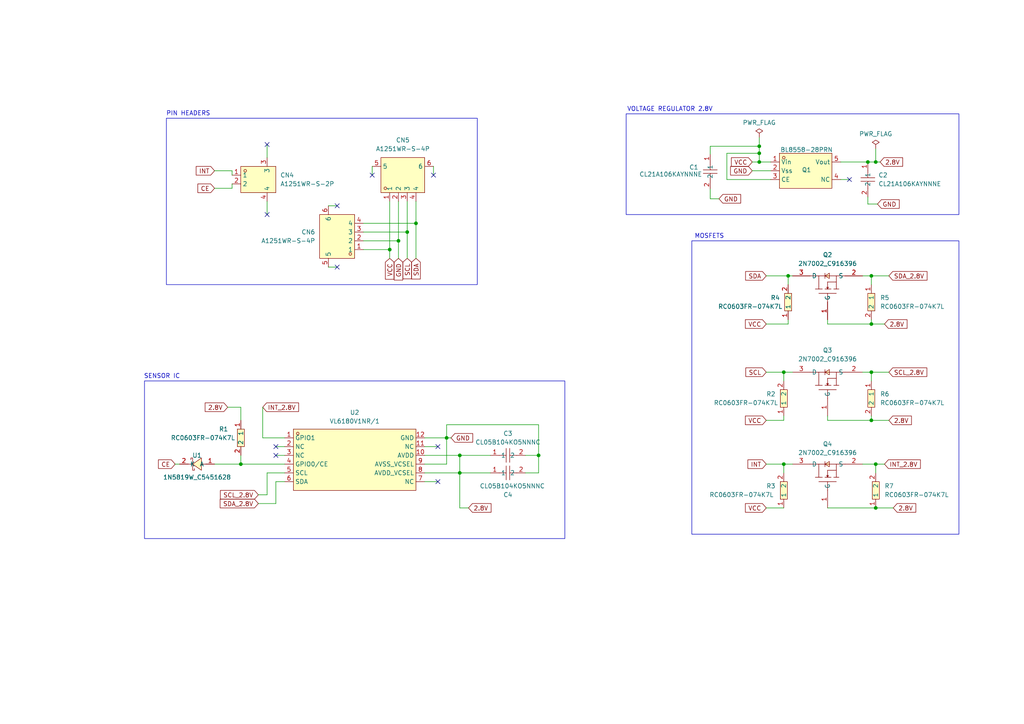
<source format=kicad_sch>
(kicad_sch (version 20250114) (generator "eeschema") (generator_version "9.0")
  (paper "A4")
  (title_block (title "VL6180 Distance Ranging Sensor") (date "2025-03-26") (rev "V1.0") (company "Igneeva Advanced Technologies Pvt. Ltd."))
  (lib_symbols
    (symbol "100nf_CL05B104KO5NNNC:CL05B104KO5NNNC"
      (property "Reference" "C" (at 0 5.08 0))
      (property "Value" "CL05B104KO5NNNC" (at 0 -5.08 0))
      (symbol "CL05B104KO5NNNC_0_1"
        (polyline (pts (xy -0.51 0) (xy -2.54 0)))
        (polyline (pts (xy -0.51 -2.03) (xy -0.51 2.03)))
        (polyline (pts (xy 0.51 2.03) (xy 0.51 -2.03)))
        (polyline (pts (xy 2.54 0) (xy 0.51 0)))
        (pin unspecified line (at -5.08 0 0) (length 2.54) (name "1") (number "1"))
        (pin unspecified line (at 5.08 0 180) (length 2.54) (name "2") (number "2"))
      )
    )
    (symbol "10uf_CL21A106KAYNNNE:CL21A106KAYNNNE"
      (property "Reference" "C" (at 0 5.08 0))
      (property "Value" "CL21A106KAYNNNE" (at 0 -5.08 0))
      (symbol "CL21A106KAYNNNE_0_1"
        (polyline (pts (xy -0.51 0) (xy -2.54 0)))
        (polyline (pts (xy -0.51 -2.03) (xy -0.51 2.03)))
        (polyline (pts (xy 0.51 2.03) (xy 0.51 -2.03)))
        (polyline (pts (xy 2.54 0) (xy 0.51 0)))
        (pin unspecified line (at -5.08 0 0) (length 2.54) (name "1") (number "1"))
        (pin unspecified line (at 5.08 0 180) (length 2.54) (name "2") (number "2"))
      )
    )
    (symbol "1N5819W:1N5819W_C5451628"
      (property "Reference" "U" (at 0 5.08 0))
      (property "Value" "1N5819W_C5451628" (at 0 -5.08 0))
      (symbol "1N5819W_C5451628_0_1"
        (polyline (pts (xy -1.78 1.27) (xy -1.78 1.78) (xy -1.27 1.78) (xy -1.27 -1.78) (xy -0.76 -1.78) (xy -0.76 -1.27)))
        (polyline (pts (xy -1.27 0) (xy -2.54 0)))
        (polyline (pts (xy 1.27 1.78) (xy -1.27 0) (xy 1.27 -1.78) (xy 1.27 1.78)) (fill (type background)))
        (polyline (pts (xy 2.54 0) (xy 1.27 0)))
        (pin unspecified line (at -5.08 0 0) (length 2.54) (name "K") (number "2"))
        (pin unspecified line (at 5.08 0 180) (length 2.54) (name "A") (number "1"))
      )
    )
    (symbol "2N7002:2N7002_C916396"
      (property "Reference" "Q" (at 0 15.24 0))
      (property "Value" "2N7002_C916396" (at 0 -15.24 0))
      (symbol "2N7002_C916396_0_1"
        (polyline (pts (xy -5.08 2.54) (xy -5.08 -2.54)))
        (polyline (pts (xy -5.08 0) (xy -7.62 0)))
        (polyline (pts (xy -3.81 3.56) (xy -3.81 1.52)))
        (polyline (pts (xy -3.81 2.54) (xy 0 2.54)))
        (polyline (pts (xy -3.81 0.76) (xy -3.81 -1.02)))
        (polyline (pts (xy -3.81 0) (xy -3.3 0.25)))
        (polyline (pts (xy -3.81 0) (xy -3.3 -0.25)))
        (polyline (pts (xy -3.81 0) (xy -1.78 0)))
        (polyline (pts (xy -3.81 -1.78) (xy -3.81 -3.3)))
        (polyline (pts (xy -3.81 -2.54) (xy 0 -2.54)))
        (polyline (pts (xy -3.3 0.25) (xy -3.3 0)))
        (polyline (pts (xy -3.3 -0.25) (xy -3.3 0)))
        (polyline (pts (xy -1.78 0) (xy -1.78 -2.54)))
        (polyline (pts (xy 0 5.08) (xy 0 -5.08)))
        (polyline (pts (xy 0.76 0.76) (xy -0.76 0.76)))
        (polyline (pts (xy 0.76 -0.51) (xy -0.76 -0.51) (xy 0 0.76) (xy 0.76 -0.51)) (fill (type background)))
        (pin unspecified line (at -12.7 0 0) (length 5.08) (name "G") (number "1"))
        (pin unspecified line (at 0 10.16 270) (length 5.08) (name "D") (number "3"))
        (pin unspecified line (at 0 -10.16 90) (length 5.08) (name "S") (number "2"))
      )
    )
    (symbol "4k7_RC0603FR-074K7L:RC0603FR-074K7L"
      (property "Reference" "R" (at 0 5.08 0))
      (property "Value" "RC0603FR-074K7L" (at 0 -5.08 0))
      (symbol "RC0603FR-074K7L_0_1"
        (rectangle (start -2.54 1.02) (end 2.54 -1.02) (fill (type background)))
        (pin input line (at -5.08 0 0) (length 2.54) (name "1") (number "1"))
        (pin input line (at 5.08 0 180) (length 2.54) (name "2") (number "2"))
      )
    )
    (symbol "BL8558-28PRN:BL8558-28PRN"
      (property "Reference" "Q" (at 0 7.62 0))
      (property "Value" "BL8558-28PRN" (at 0 -7.62 0))
      (symbol "BL8558-28PRN_0_1"
        (rectangle (start -7.62 5.08) (end 7.62 -5.08) (fill (type background)))
        (circle (center -6.35 3.81) (radius 0.38))
        (pin unspecified line (at -10.16 2.54 0) (length 2.54) (name "Vin") (number "1"))
        (pin unspecified line (at -10.16 0 0) (length 2.54) (name "Vss") (number "2"))
        (pin unspecified line (at -10.16 -2.54 0) (length 2.54) (name "CE") (number "3"))
        (pin unspecified line (at 10.16 2.54 180) (length 2.54) (name "Vout") (number "5"))
        (pin unspecified line (at 10.16 -2.54 180) (length 2.54) (name "NC") (number "4"))
      )
    )
    (symbol "JST_A1251WR-S-2P:A1251WR-S-2P"
      (property "Reference" "CN" (at 0 11.43 0))
      (property "Value" "A1251WR-S-2P" (at 0 -11.43 0))
      (symbol "A1251WR-S-2P_0_1"
        (rectangle (start -3.81 3.81) (end 6.35 -3.81) (fill (type background)))
        (circle (center -2.54 2.54) (radius 0.38))
        (pin unspecified line (at -6.35 1.27 0) (length 2.54) (name "1") (number "1"))
        (pin unspecified line (at -6.35 -1.27 0) (length 2.54) (name "2") (number "2"))
        (pin unspecified line (at 3.81 6.35 270) (length 2.54) (name "3") (number "3"))
        (pin unspecified line (at 3.81 -6.35 90) (length 2.54) (name "4") (number "4"))
      )
    )
    (symbol "JST_A1251WR-S-4P-LCP:A1251WR-S-4P"
      (property "Reference" "CN" (at 0 13.97 0))
      (property "Value" "A1251WR-S-4P" (at 0 -13.97 0))
      (symbol "A1251WR-S-4P_0_1"
        (rectangle (start -3.81 6.35) (end 6.35 -6.35) (fill (type background)))
        (circle (center -2.54 5.08) (radius 0.38))
        (pin unspecified line (at -6.35 3.81 0) (length 2.54) (name "1") (number "1"))
        (pin unspecified line (at -6.35 1.27 0) (length 2.54) (name "2") (number "2"))
        (pin unspecified line (at -6.35 -1.27 0) (length 2.54) (name "3") (number "3"))
        (pin unspecified line (at -6.35 -3.81 0) (length 2.54) (name "4") (number "4"))
        (pin unspecified line (at 3.81 8.89 270) (length 2.54) (name "5") (number "5"))
        (pin unspecified line (at 3.81 -8.89 90) (length 2.54) (name "6") (number "6"))
      )
    )
    (symbol "VL6180:VL6180V1NR_1"
      (property "Reference" "U" (at 0 11.43 0))
      (property "Value" "VL6180V1NR/1" (at 0 -11.43 0))
      (symbol "VL6180V1NR_1_0_1"
        (rectangle (start -17.78 8.89) (end 17.78 -8.89) (fill (type background)))
        (circle (center -16.51 7.62) (radius 0.38))
        (pin unspecified line (at -20.32 6.35 0) (length 2.54) (name "GPIO1") (number "1"))
        (pin unspecified line (at -20.32 3.81 0) (length 2.54) (name "NC") (number "2"))
        (pin unspecified line (at -20.32 1.27 0) (length 2.54) (name "NC") (number "3"))
        (pin unspecified line (at -20.32 -1.27 0) (length 2.54) (name "GPIO0/CE") (number "4"))
        (pin unspecified line (at -20.32 -3.81 0) (length 2.54) (name "SCL") (number "5"))
        (pin unspecified line (at -20.32 -6.35 0) (length 2.54) (name "SDA") (number "6"))
        (pin unspecified line (at 20.32 6.35 180) (length 2.54) (name "GND") (number "12"))
        (pin unspecified line (at 20.32 3.81 180) (length 2.54) (name "NC") (number "11"))
        (pin unspecified line (at 20.32 1.27 180) (length 2.54) (name "AVDD") (number "10"))
        (pin unspecified line (at 20.32 -1.27 180) (length 2.54) (name "AVSS_VCSEL") (number "9"))
        (pin unspecified line (at 20.32 -3.81 180) (length 2.54) (name "AVDD_VCSEL") (number "8"))
        (pin unspecified line (at 20.32 -6.35 180) (length 2.54) (name "NC") (number "7"))
      )
    )
    (symbol "power:PWR_FLAG" (power) (pin_numbers (hide yes)) (pin_names (offset 0) (hide yes))
      (property "Value" "PWR_FLAG" (at 0 3.81 0))
      (symbol "PWR_FLAG_0_0"
        (pin power_out line (at 0 0 90) (length 0) (name "~") (number "1"))
      )
      (symbol "PWR_FLAG_0_1"
        (polyline (pts (xy 0 0) (xy 0 1.27) (xy -1.016 1.905) (xy 0 2.54) (xy 1.016 1.905) (xy 0 1.27)))
      )
    )
  )
  (rectangle (start 181.61 33.02) (end 278.13 62.23))
  (rectangle (start 200.66 69.85) (end 278.13 154.94))
  (rectangle (start 41.91 110.49) (end 163.83 156.21))
  (rectangle (start 48.26 34.29) (end 138.43 82.55))
  (text "SENSOR IC" (at 46.99 109.22 0) (effects (font (size 1.27 1.27))))
  (text "MOSFETS" (at 205.74 68.58 0) (effects (font (size 1.27 1.27))))
  (text "VOLTAGE REGULATOR 2.8V" (at 194.31 31.75 0) (effects (font (size 1.27 1.27))))
  (text "PIN HEADERS" (at 54.61 33.02 0) (effects (font (size 1.27 1.27))))
  (junction (at 252.73 121.92))
  (junction (at 227.33 134.62))
  (junction (at 252.73 107.95))
  (junction (at 254 46.99))
  (junction (at 252.73 80.01))
  (junction (at 115.57 69.85))
  (junction (at 220.218 44.45))
  (junction (at 156.21 132.08))
  (junction (at 120.65 64.77))
  (junction (at 129.54 127))
  (junction (at 228.6 80.01))
  (junction (at 254 134.62))
  (junction (at 251.714 46.99))
  (junction (at 254 147.32))
  (junction (at 133.35 137.16))
  (junction (at 118.11 67.31))
  (junction (at 220.218 46.99))
  (junction (at 252.73 93.98))
  (junction (at 113.03 72.39))
  (junction (at 133.35 132.08))
  (junction (at 227.33 107.95))
  (junction (at 220.217 42.418))
  (junction (at 69.85 134.62))
  (no_connect (at 77.47 62.23))
  (no_connect (at 125.73 50.8))
  (no_connect (at 246.38 52.07))
  (no_connect (at 97.79 77.47))
  (no_connect (at 97.79 59.69))
  (no_connect (at 80.01 132.08))
  (no_connect (at 107.95 50.8))
  (no_connect (at 77.47 41.91))
  (no_connect (at 127 129.54))
  (no_connect (at 127 139.7))
  (no_connect (at 80.01 129.54))
  (wire (pts (xy 254 43.18) (xy 254 46.99)))
  (wire (pts (xy 105.41 69.85) (xy 115.57 69.85)))
  (wire (pts (xy 129.54 134.62) (xy 129.54 127)))
  (wire (pts (xy 205.994 44.704) (xy 205.994 42.418)))
  (wire (pts (xy 107.95 48.26) (xy 107.95 50.8)))
  (wire (pts (xy 252.73 107.95) (xy 257.81 107.95)))
  (wire (pts (xy 240.03 147.32) (xy 254 147.32)))
  (wire (pts (xy 105.41 67.31) (xy 118.11 67.31)))
  (wire (pts (xy 227.33 110.49) (xy 227.33 107.95)))
  (wire (pts (xy 227.33 134.62) (xy 227.33 137.16)))
  (wire (pts (xy 123.19 127) (xy 129.54 127)))
  (wire (pts (xy 95.25 59.69) (xy 97.79 59.69)))
  (wire (pts (xy 133.35 137.16) (xy 142.24 137.16)))
  (wire (pts (xy 254 147.32) (xy 259.08 147.32)))
  (wire (pts (xy 220.218 46.99) (xy 223.52 46.99)))
  (wire (pts (xy 251.714 59.182) (xy 254.508 59.182)))
  (wire (pts (xy 250.19 107.95) (xy 252.73 107.95)))
  (wire (pts (xy 220.218 42.418) (xy 220.218 44.45)))
  (wire (pts (xy 252.73 80.01) (xy 257.81 80.01)))
  (wire (pts (xy 80.01 132.08) (xy 82.55 132.08)))
  (wire (pts (xy 95.25 77.47) (xy 97.79 77.47)))
  (wire (pts (xy 77.47 143.51) (xy 74.93 143.51)))
  (wire (pts (xy 220.217 39.8976) (xy 220.217 42.418)))
  (wire (pts (xy 240.03 92.71) (xy 240.03 93.98)))
  (wire (pts (xy 113.03 74.93) (xy 113.03 72.39)))
  (wire (pts (xy 115.57 58.42) (xy 115.57 69.85)))
  (wire (pts (xy 77.47 58.42) (xy 77.47 62.23)))
  (wire (pts (xy 118.11 58.42) (xy 118.11 67.31)))
  (wire (pts (xy 254 134.62) (xy 256.54 134.62)))
  (wire (pts (xy 156.21 123.19) (xy 129.54 123.19)))
  (wire (pts (xy 222.25 134.62) (xy 227.33 134.62)))
  (wire (pts (xy 76.2 127) (xy 82.55 127)))
  (wire (pts (xy 123.19 134.62) (xy 129.54 134.62)))
  (wire (pts (xy 222.25 107.95) (xy 227.33 107.95)))
  (wire (pts (xy 227.33 107.95) (xy 229.87 107.95)))
  (wire (pts (xy 77.47 137.16) (xy 77.47 143.51)))
  (wire (pts (xy 67.31 53.34) (xy 67.31 54.61)))
  (wire (pts (xy 250.19 134.62) (xy 254 134.62)))
  (wire (pts (xy 251.714 46.99) (xy 254 46.99)))
  (wire (pts (xy 129.54 123.19) (xy 129.54 127)))
  (wire (pts (xy 251.714 57.15) (xy 251.714 59.182)))
  (wire (pts (xy 76.2 118.11) (xy 76.2 127)))
  (wire (pts (xy 222.25 80.01) (xy 228.6 80.01)))
  (wire (pts (xy 228.6 80.01) (xy 228.6 82.55)))
  (wire (pts (xy 222.25 121.92) (xy 227.33 121.92)))
  (wire (pts (xy 210.82 44.45) (xy 220.218 44.45)))
  (wire (pts (xy 240.03 121.92) (xy 252.73 121.92)))
  (wire (pts (xy 123.19 129.54) (xy 127 129.54)))
  (wire (pts (xy 66.04 118.11) (xy 69.85 118.11)))
  (wire (pts (xy 77.47 41.91) (xy 77.47 45.72)))
  (wire (pts (xy 105.41 64.77) (xy 120.65 64.77)))
  (wire (pts (xy 129.54 127) (xy 130.81 127)))
  (wire (pts (xy 252.73 80.01) (xy 252.73 82.55)))
  (wire (pts (xy 240.03 120.65) (xy 240.03 121.92)))
  (wire (pts (xy 115.57 74.93) (xy 115.57 69.85)))
  (wire (pts (xy 252.73 93.98) (xy 256.54 93.98)))
  (wire (pts (xy 227.33 134.62) (xy 229.87 134.62)))
  (wire (pts (xy 120.65 74.93) (xy 120.65 64.77)))
  (wire (pts (xy 80.01 129.54) (xy 82.55 129.54)))
  (wire (pts (xy 118.11 74.93) (xy 118.11 67.31)))
  (wire (pts (xy 80.01 146.05) (xy 74.93 146.05)))
  (wire (pts (xy 69.85 134.62) (xy 82.55 134.62)))
  (wire (pts (xy 250.19 80.01) (xy 252.73 80.01)))
  (wire (pts (xy 62.23 54.61) (xy 67.31 54.61)))
  (wire (pts (xy 82.55 139.7) (xy 80.01 139.7)))
  (wire (pts (xy 227.33 120.65) (xy 227.33 121.92)))
  (wire (pts (xy 210.82 52.07) (xy 210.82 44.45)))
  (wire (pts (xy 252.73 121.92) (xy 257.81 121.92)))
  (wire (pts (xy 156.21 137.16) (xy 156.21 132.08)))
  (wire (pts (xy 82.55 137.16) (xy 77.47 137.16)))
  (wire (pts (xy 156.21 132.08) (xy 152.4 132.08)))
  (wire (pts (xy 123.19 137.16) (xy 133.35 137.16)))
  (wire (pts (xy 62.23 134.62) (xy 69.85 134.62)))
  (wire (pts (xy 228.6 80.01) (xy 229.87 80.01)))
  (wire (pts (xy 105.41 72.39) (xy 113.03 72.39)))
  (wire (pts (xy 69.85 132.08) (xy 69.85 134.62)))
  (wire (pts (xy 123.19 139.7) (xy 127 139.7)))
  (wire (pts (xy 252.73 92.71) (xy 252.73 93.98)))
  (wire (pts (xy 208.534 57.658) (xy 205.994 57.658)))
  (wire (pts (xy 120.65 58.42) (xy 120.65 64.77)))
  (wire (pts (xy 222.25 147.32) (xy 227.33 147.32)))
  (wire (pts (xy 218.186 49.53) (xy 223.52 49.53)))
  (wire (pts (xy 240.03 93.98) (xy 252.73 93.98)))
  (wire (pts (xy 252.73 121.92) (xy 252.73 120.65)))
  (wire (pts (xy 50.8 134.62) (xy 52.07 134.62)))
  (wire (pts (xy 252.73 107.95) (xy 252.73 110.49)))
  (wire (pts (xy 254 134.62) (xy 254 137.16)))
  (wire (pts (xy 69.85 118.11) (xy 69.85 121.92)))
  (wire (pts (xy 228.6 93.98) (xy 228.6 92.71)))
  (wire (pts (xy 243.84 52.07) (xy 246.38 52.07)))
  (wire (pts (xy 123.19 132.08) (xy 133.35 132.08)))
  (wire (pts (xy 135.89 147.32) (xy 133.35 147.32)))
  (wire (pts (xy 220.217 42.418) (xy 220.218 42.418)))
  (wire (pts (xy 205.994 42.418) (xy 220.217 42.418)))
  (wire (pts (xy 133.35 132.08) (xy 142.24 132.08)))
  (wire (pts (xy 125.73 48.26) (xy 125.73 50.8)))
  (wire (pts (xy 243.84 46.99) (xy 251.714 46.99)))
  (wire (pts (xy 254 46.99) (xy 255.27 46.99)))
  (wire (pts (xy 133.35 132.08) (xy 133.35 137.16)))
  (wire (pts (xy 80.01 139.7) (xy 80.01 146.05)))
  (wire (pts (xy 133.35 147.32) (xy 133.35 137.16)))
  (wire (pts (xy 222.25 93.98) (xy 228.6 93.98)))
  (wire (pts (xy 223.52 52.07) (xy 210.82 52.07)))
  (wire (pts (xy 156.21 132.08) (xy 156.21 123.19)))
  (wire (pts (xy 67.31 50.8) (xy 67.31 49.53)))
  (wire (pts (xy 62.23 49.53) (xy 67.31 49.53)))
  (wire (pts (xy 205.994 54.864) (xy 205.994 57.658)))
  (wire (pts (xy 152.4 137.16) (xy 156.21 137.16)))
  (wire (pts (xy 113.03 58.42) (xy 113.03 72.39)))
  (wire (pts (xy 218.186 46.99) (xy 220.218 46.99)))
  (wire (pts (xy 220.218 44.45) (xy 220.218 46.99)))
  (global_label "GND" (shape input) (at 254.508 59.182 0) (property "Intersheetrefs" "${INTERSHEET_REFS}" (effects (hide yes))))
  (global_label "VCC" (shape input) (at 222.25 93.98 180) (property "Intersheetrefs" "${INTERSHEET_REFS}" (effects (hide yes))))
  (global_label "SCL" (shape input) (at 222.25 107.95 180) (property "Intersheetrefs" "${INTERSHEET_REFS}" (effects (hide yes))))
  (global_label "INT" (shape input) (at 222.25 134.62 180) (property "Intersheetrefs" "${INTERSHEET_REFS}" (effects (hide yes))))
  (global_label "SDA" (shape input) (at 222.25 80.01 180) (property "Intersheetrefs" "${INTERSHEET_REFS}" (effects (hide yes))))
  (global_label "VCC" (shape input) (at 222.25 147.32 180) (property "Intersheetrefs" "${INTERSHEET_REFS}" (effects (hide yes))))
  (global_label "2.8V" (shape input) (at 256.54 93.98 0) (property "Intersheetrefs" "${INTERSHEET_REFS}" (effects (hide yes))))
  (global_label "GND" (shape input) (at 115.57 74.93 270) (property "Intersheetrefs" "${INTERSHEET_REFS}" (effects (hide yes))))
  (global_label "SCL_2.8V" (shape input) (at 257.81 107.95 0) (property "Intersheetrefs" "${INTERSHEET_REFS}" (effects (hide yes))))
  (global_label "2.8V" (shape input) (at 255.27 46.99 0) (property "Intersheetrefs" "${INTERSHEET_REFS}" (effects (hide yes))))
  (global_label "INT" (shape input) (at 62.23 49.53 180) (property "Intersheetrefs" "${INTERSHEET_REFS}" (effects (hide yes))))
  (global_label "INT_2.8V" (shape input) (at 76.2 118.11 0) (property "Intersheetrefs" "${INTERSHEET_REFS}" (effects (hide yes))))
  (global_label "VCC" (shape input) (at 113.03 74.93 270) (property "Intersheetrefs" "${INTERSHEET_REFS}" (effects (hide yes))))
  (global_label "INT_2.8V" (shape input) (at 256.54 134.62 0) (property "Intersheetrefs" "${INTERSHEET_REFS}" (effects (hide yes))))
  (global_label "SCL" (shape input) (at 118.11 74.93 270) (property "Intersheetrefs" "${INTERSHEET_REFS}" (effects (hide yes))))
  (global_label "SDA" (shape input) (at 120.65 74.93 270) (property "Intersheetrefs" "${INTERSHEET_REFS}" (effects (hide yes))))
  (global_label "VCC" (shape input) (at 222.25 121.92 180) (property "Intersheetrefs" "${INTERSHEET_REFS}" (effects (hide yes))))
  (global_label "GND" (shape input) (at 208.534 57.658 0) (property "Intersheetrefs" "${INTERSHEET_REFS}" (effects (hide yes))))
  (global_label "2.8V" (shape input) (at 66.04 118.11 180) (property "Intersheetrefs" "${INTERSHEET_REFS}" (effects (hide yes))))
  (global_label "SDA_2.8V" (shape input) (at 74.93 146.05 180) (property "Intersheetrefs" "${INTERSHEET_REFS}" (effects (hide yes))))
  (global_label "2.8V" (shape input) (at 135.89 147.32 0) (property "Intersheetrefs" "${INTERSHEET_REFS}" (effects (hide yes))))
  (global_label "CE" (shape input) (at 50.8 134.62 180) (property "Intersheetrefs" "${INTERSHEET_REFS}" (effects (hide yes))))
  (global_label "VCC" (shape input) (at 218.186 46.99 180) (property "Intersheetrefs" "${INTERSHEET_REFS}" (effects (hide yes))))
  (global_label "2.8V" (shape input) (at 259.08 147.32 0) (property "Intersheetrefs" "${INTERSHEET_REFS}" (effects (hide yes))))
  (global_label "GND" (shape input) (at 130.81 127 0) (property "Intersheetrefs" "${INTERSHEET_REFS}" (effects (hide yes))))
  (global_label "SDA_2.8V" (shape input) (at 257.81 80.01 0) (property "Intersheetrefs" "${INTERSHEET_REFS}" (effects (hide yes))))
  (global_label "CE" (shape input) (at 62.23 54.61 180) (property "Intersheetrefs" "${INTERSHEET_REFS}" (effects (hide yes))))
  (global_label "GND" (shape input) (at 218.186 49.53 180) (property "Intersheetrefs" "${INTERSHEET_REFS}" (effects (hide yes))))
  (global_label "SCL_2.8V" (shape input) (at 74.93 143.51 180) (property "Intersheetrefs" "${INTERSHEET_REFS}" (effects (hide yes))))
  (global_label "2.8V" (shape input) (at 257.81 121.92 0) (property "Intersheetrefs" "${INTERSHEET_REFS}" (effects (hide yes))))
  (symbol (lib_id "4k7_RC0603FR-074K7L:RC0603FR-074K7L") (at 69.85 127 270) (unit 1)
    (property "Reference" "R1" (at 63.5 124.46 90) (effects (justify left)))
    (property "Value" "RC0603FR-074K7L" (at 49.53 127 90) (effects (justify left)))
    (property "Footprint" "4k7_RC0603FR-074K7L:R0603" (effects (hide yes)))
    (property "Datasheet" "https://lcsc.com/product-detail/Chip-Resistor-Surface-Mount_4-7KR-472-1_C99782.html" (effects (hide yes)))
    (property "LCSC Part" "C99782" (effects (hide yes)))
  )
  (symbol (lib_id "2N7002:2N7002_C916396") (at 240.03 134.62 90) (unit 1)
    (property "Reference" "Q4" (at 240.03 128.778 90))
    (property "Value" "2N7002_C916396" (at 240.03 131.318 90))
    (property "Footprint" "2N7002:SOT-23-3_L2.9-W1.3-P1.90-LS2.4-BR" (effects (hide yes)))
    (property "LCSC Part" "C916396" (effects (hide yes)))
  )
  (symbol (lib_id "100nf_CL05B104KO5NNNC:CL05B104KO5NNNC") (at 147.32 137.16 0) (unit 1)
    (property "Reference" "C4" (at 147.32 143.51 0))
    (property "Value" "CL05B104KO5NNNC" (at 148.59 140.97 0))
    (property "Footprint" "100nf_CL05B104KO5NNNC:C0402" (effects (hide yes)))
    (property "Datasheet" "https://lcsc.com/product-detail/Multilayer-Ceramic-Capacitors-MLCC-SMD-SMT_SAMSUNG_CL05B104KO5NNNC_100nF-104-10-16V_C1525.html" (effects (hide yes)))
    (property "LCSC Part" "C1525" (effects (hide yes)))
  )
  (symbol (lib_id "4k7_RC0603FR-074K7L:RC0603FR-074K7L") (at 227.33 115.57 90) (unit 1)
    (property "Reference" "R2" (at 222.25 114.3 90) (effects (justify right)))
    (property "Value" "RC0603FR-074K7L" (at 207.01 116.84 90) (effects (justify right)))
    (property "Footprint" "4k7_RC0603FR-074K7L:R0603" (effects (hide yes)))
    (property "Datasheet" "https://lcsc.com/product-detail/Chip-Resistor-Surface-Mount_4-7KR-472-1_C99782.html" (effects (hide yes)))
    (property "LCSC Part" "C99782" (effects (hide yes)))
  )
  (symbol (lib_id "4k7_RC0603FR-074K7L:RC0603FR-074K7L") (at 252.73 115.57 270) (unit 1)
    (property "Reference" "R6" (at 255.27 114.2999 90) (effects (justify left)))
    (property "Value" "RC0603FR-074K7L" (at 255.27 116.8399 90) (effects (justify left)))
    (property "Footprint" "4k7_RC0603FR-074K7L:R0603" (effects (hide yes)))
    (property "Datasheet" "https://lcsc.com/product-detail/Chip-Resistor-Surface-Mount_4-7KR-472-1_C99782.html" (effects (hide yes)))
    (property "LCSC Part" "C99782" (effects (hide yes)))
  )
  (symbol (lib_id "100nf_CL05B104KO5NNNC:CL05B104KO5NNNC") (at 147.32 132.08 0) (unit 1)
    (property "Reference" "C3" (at 147.32 125.73 0))
    (property "Value" "CL05B104KO5NNNC" (at 147.32 128.27 0))
    (property "Footprint" "100nf_CL05B104KO5NNNC:C0402" (effects (hide yes)))
    (property "Datasheet" "https://lcsc.com/product-detail/Multilayer-Ceramic-Capacitors-MLCC-SMD-SMT_SAMSUNG_CL05B104KO5NNNC_100nF-104-10-16V_C1525.html" (effects (hide yes)))
    (property "LCSC Part" "C1525" (effects (hide yes)))
  )
  (symbol (lib_id "10uf_CL21A106KAYNNNE:CL21A106KAYNNNE") (at 251.714 52.07 270) (unit 1)
    (property "Reference" "C2" (at 254.762 50.7999 90) (effects (justify left)))
    (property "Value" "CL21A106KAYNNNE" (at 254.762 53.3399 90) (effects (justify left)))
    (property "Footprint" "10uf_CL21A106KAYNNNE:C0805" (effects (hide yes)))
    (property "Datasheet" "https://lcsc.com/product-detail/Multilayer-Ceramic-Capacitors-MLCC-SMD-SMT_SAMSUNG_CL21A106KAYNNNE_10uF-106-10-25V_C15850.html" (effects (hide yes)))
    (property "LCSC Part" "C15850" (effects (hide yes)))
  )
  (symbol (lib_id "2N7002:2N7002_C916396") (at 240.03 80.01 90) (unit 1)
    (property "Reference" "Q2" (at 240.03 73.914 90))
    (property "Value" "2N7002_C916396" (at 240.03 76.454 90))
    (property "Footprint" "2N7002:SOT-23-3_L2.9-W1.3-P1.90-LS2.4-BR" (effects (hide yes)))
    (property "LCSC Part" "C916396" (effects (hide yes)))
  )
  (symbol (lib_id "power:PWR_FLAG") (at 220.217 39.8976 0) (unit 1)
    (property "Reference" "#FLG01" (effects (hide yes)))
    (property "Value" "PWR_FLAG" (at 220.217 35.56 0))
    (property "Description" "Special symbol for telling ERC where power comes from" (effects (hide yes)))
  )
  (symbol (lib_id "JST_A1251WR-S-4P-LCP:A1251WR-S-4P") (at 99.06 68.58 180) (unit 1)
    (property "Reference" "CN6" (at 91.44 67.3099 0) (effects (justify left)))
    (property "Value" "A1251WR-S-4P" (at 91.44 69.8499 0) (effects (justify left)))
    (property "Footprint" "JST_A1251WR-S-4P-LCP:CONN-SMD_A1251WR-S-4P" (effects (hide yes)))
    (property "Datasheet" "https://lcsc.com/product-detail/Connectors_Changjiang-Connectors-A1251WR-S-4P_C225113.html" (effects (hide yes)))
    (property "LCSC Part" "C225113" (effects (hide yes)))
  )
  (symbol (lib_id "10uf_CL21A106KAYNNNE:CL21A106KAYNNNE") (at 205.994 49.784 270) (unit 1)
    (property "Reference" "C1" (at 199.898 48.514 90) (effects (justify left)))
    (property "Value" "CL21A106KAYNNNE" (at 185.42 50.546 90) (effects (justify left)))
    (property "Footprint" "10uf_CL21A106KAYNNNE:C0805" (effects (hide yes)))
    (property "Datasheet" "https://lcsc.com/product-detail/Multilayer-Ceramic-Capacitors-MLCC-SMD-SMT_SAMSUNG_CL21A106KAYNNNE_10uF-106-10-25V_C15850.html" (effects (hide yes)))
    (property "LCSC Part" "C15850" (effects (hide yes)))
  )
  (symbol (lib_id "1N5819W:1N5819W_C5451628") (at 57.15 134.62 0) (unit 1)
    (property "Reference" "U1" (at 57.15 132.08 0))
    (property "Value" "1N5819W_C5451628" (at 57.15 138.43 0))
    (property "Footprint" "1N5819W:SOD-123_L2.7-W1.6-LS3.7-FD" (effects (hide yes)))
    (property "LCSC Part" "C5451628" (effects (hide yes)))
  )
  (symbol (lib_id "4k7_RC0603FR-074K7L:RC0603FR-074K7L") (at 252.73 87.63 270) (unit 1)
    (property "Reference" "R5" (at 255.27 86.3599 90) (effects (justify left)))
    (property "Value" "RC0603FR-074K7L" (at 255.27 88.8999 90) (effects (justify left)))
    (property "Footprint" "4k7_RC0603FR-074K7L:R0603" (effects (hide yes)))
    (property "Datasheet" "https://lcsc.com/product-detail/Chip-Resistor-Surface-Mount_4-7KR-472-1_C99782.html" (effects (hide yes)))
    (property "LCSC Part" "C99782" (effects (hide yes)))
  )
  (symbol (lib_id "2N7002:2N7002_C916396") (at 240.03 107.95 90) (unit 1)
    (property "Reference" "Q3" (at 240.03 101.6 90))
    (property "Value" "2N7002_C916396" (at 240.03 104.14 90))
    (property "Footprint" "2N7002:SOT-23-3_L2.9-W1.3-P1.90-LS2.4-BR" (effects (hide yes)))
    (property "LCSC Part" "C916396" (effects (hide yes)))
  )
  (symbol (lib_id "power:PWR_FLAG") (at 254 43.18 0) (unit 1)
    (property "Reference" "#FLG02" (effects (hide yes)))
    (property "Value" "PWR_FLAG" (at 254 38.8424 0))
    (property "Description" "Special symbol for telling ERC where power comes from" (effects (hide yes)))
  )
  (symbol (lib_id "BL8558-28PRN:BL8558-28PRN") (at 233.68 49.53 0) (unit 1)
    (property "Reference" "Q1" (at 233.934 49.276 0))
    (property "Value" "BL8558-28PRN" (at 233.934 43.434 0))
    (property "Footprint" "BL8558-28PRN:SOT-23-5_L2.9-W1.6-P0.95-LS2.8-BL" (effects (hide yes)))
    (property "LCSC Part" "C5121963" (effects (hide yes)))
  )
  (symbol (lib_id "4k7_RC0603FR-074K7L:RC0603FR-074K7L") (at 254 142.24 90) (unit 1)
    (property "Reference" "R7" (at 256.54 140.9699 90) (effects (justify right)))
    (property "Value" "RC0603FR-074K7L" (at 256.54 143.5099 90) (effects (justify right)))
    (property "Footprint" "4k7_RC0603FR-074K7L:R0603" (effects (hide yes)))
    (property "Datasheet" "https://lcsc.com/product-detail/Chip-Resistor-Surface-Mount_4-7KR-472-1_C99782.html" (effects (hide yes)))
    (property "LCSC Part" "C99782" (effects (hide yes)))
  )
  (symbol (lib_id "4k7_RC0603FR-074K7L:RC0603FR-074K7L") (at 228.6 87.63 90) (unit 1)
    (property "Reference" "R4" (at 223.52 86.36 90) (effects (justify right)))
    (property "Value" "RC0603FR-074K7L" (at 208.28 88.9 90) (effects (justify right)))
    (property "Footprint" "4k7_RC0603FR-074K7L:R0603" (effects (hide yes)))
    (property "Datasheet" "https://lcsc.com/product-detail/Chip-Resistor-Surface-Mount_4-7KR-472-1_C99782.html" (effects (hide yes)))
    (property "LCSC Part" "C99782" (effects (hide yes)))
  )
  (symbol (lib_id "JST_A1251WR-S-2P:A1251WR-S-2P") (at 73.66 52.07 0) (unit 1)
    (property "Reference" "CN4" (at 81.28 50.7999 0) (effects (justify left)))
    (property "Value" "A1251WR-S-2P" (at 81.28 53.3399 0) (effects (justify left)))
    (property "Footprint" "JST_A1251WR-S-2P:CONN-SMD_A1251WR-S-2P" (effects (hide yes)))
    (property "Datasheet" "https://lcsc.com/product-detail/Connectors_Changjiang-Connectors-A1251WR-S-2P_C225111.html" (effects (hide yes)))
    (property "LCSC Part" "C225111" (effects (hide yes)))
  )
  (symbol (lib_id "4k7_RC0603FR-074K7L:RC0603FR-074K7L") (at 227.33 142.24 90) (unit 1)
    (property "Reference" "R3" (at 222.25 140.97 90) (effects (justify right)))
    (property "Value" "RC0603FR-074K7L" (at 205.74 143.51 90) (effects (justify right)))
    (property "Footprint" "4k7_RC0603FR-074K7L:R0603" (effects (hide yes)))
    (property "Datasheet" "https://lcsc.com/product-detail/Chip-Resistor-Surface-Mount_4-7KR-472-1_C99782.html" (effects (hide yes)))
    (property "LCSC Part" "C99782" (effects (hide yes)))
  )
  (symbol (lib_id "VL6180:VL6180V1NR_1") (at 102.87 133.35 0) (unit 1)
    (property "Reference" "U2" (at 102.87 119.634 0))
    (property "Value" "VL6180V1NR/1" (at 102.87 122.174 0))
    (property "Footprint" "VL6180:LGA-12_L4.8-W2.8-P0.75-BL" (effects (hide yes)))
    (property "LCSC Part" "C2655167" (effects (hide yes)))
  )
  (symbol (lib_id "JST_A1251WR-S-4P-LCP:A1251WR-S-4P") (at 116.84 52.07 90) (unit 1)
    (property "Reference" "CN5" (at 116.84 40.64 90))
    (property "Value" "A1251WR-S-4P" (at 116.84 43.18 90))
    (property "Footprint" "JST_A1251WR-S-4P-LCP:CONN-SMD_A1251WR-S-4P" (effects (hide yes)))
    (property "Datasheet" "https://lcsc.com/product-detail/Connectors_Changjiang-Connectors-A1251WR-S-4P_C225113.html" (effects (hide yes)))
    (property "LCSC Part" "C225113" (effects (hide yes)))
  )
)
</source>
